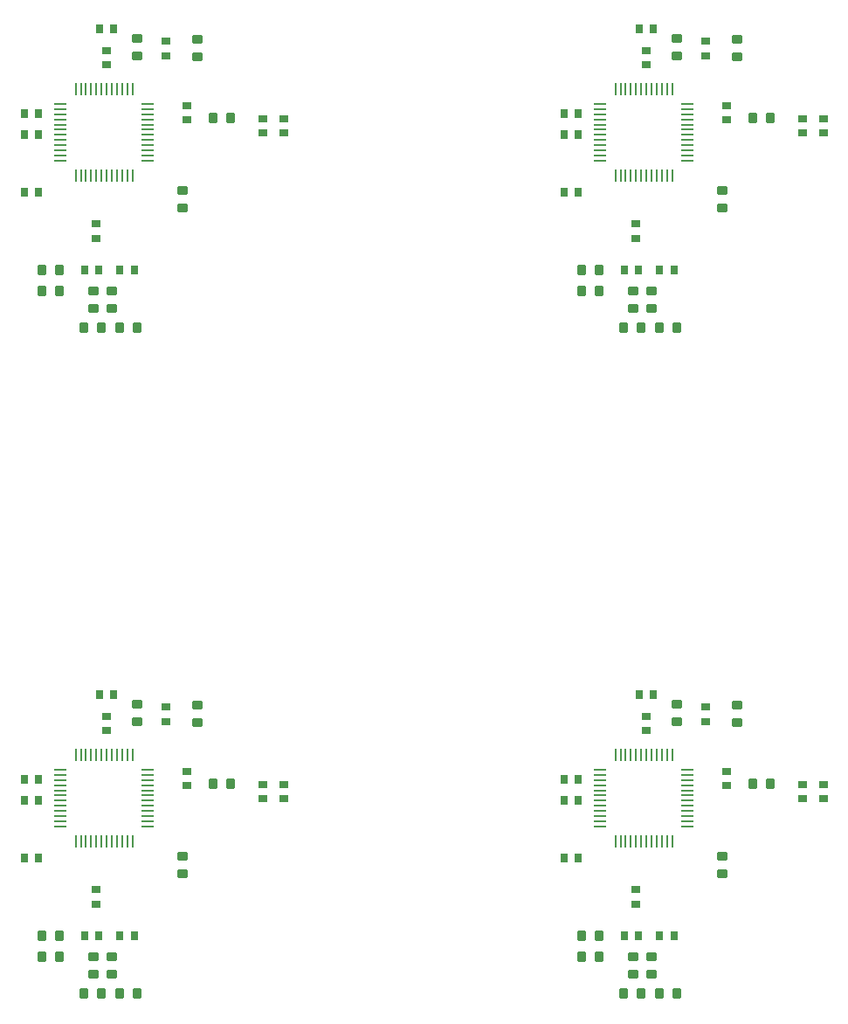
<source format=gtp>
G04 Layer_Color=8421504*
%FSLAX25Y25*%
%MOIN*%
G70*
G01*
G75*
%ADD11R,0.03740X0.02953*%
%ADD12R,0.02953X0.03740*%
G04:AMPARAMS|DCode=13|XSize=39.37mil|YSize=35.43mil|CornerRadius=4.43mil|HoleSize=0mil|Usage=FLASHONLY|Rotation=90.000|XOffset=0mil|YOffset=0mil|HoleType=Round|Shape=RoundedRectangle|*
%AMROUNDEDRECTD13*
21,1,0.03937,0.02657,0,0,90.0*
21,1,0.03051,0.03543,0,0,90.0*
1,1,0.00886,0.01329,0.01526*
1,1,0.00886,0.01329,-0.01526*
1,1,0.00886,-0.01329,-0.01526*
1,1,0.00886,-0.01329,0.01526*
%
%ADD13ROUNDEDRECTD13*%
G04:AMPARAMS|DCode=14|XSize=39.37mil|YSize=35.43mil|CornerRadius=4.43mil|HoleSize=0mil|Usage=FLASHONLY|Rotation=180.000|XOffset=0mil|YOffset=0mil|HoleType=Round|Shape=RoundedRectangle|*
%AMROUNDEDRECTD14*
21,1,0.03937,0.02657,0,0,180.0*
21,1,0.03051,0.03543,0,0,180.0*
1,1,0.00886,-0.01526,0.01329*
1,1,0.00886,0.01526,0.01329*
1,1,0.00886,0.01526,-0.01329*
1,1,0.00886,-0.01526,-0.01329*
%
%ADD14ROUNDEDRECTD14*%
%ADD39O,0.00781X0.05112*%
%ADD40O,0.05112X0.00781*%
D11*
X136700Y182756D02*
D03*
Y177244D02*
D03*
X173700Y172244D02*
D03*
Y177756D02*
D03*
X165700Y172244D02*
D03*
Y177756D02*
D03*
X106200Y203756D02*
D03*
Y198244D02*
D03*
X128700Y201744D02*
D03*
Y207256D02*
D03*
X102200Y137500D02*
D03*
Y131988D02*
D03*
X342700Y182756D02*
D03*
Y177244D02*
D03*
X379700Y172244D02*
D03*
Y177756D02*
D03*
X371700Y172244D02*
D03*
Y177756D02*
D03*
X312200Y203756D02*
D03*
Y198244D02*
D03*
X334700Y201744D02*
D03*
Y207256D02*
D03*
X308200Y137500D02*
D03*
Y131988D02*
D03*
X136700Y436756D02*
D03*
Y431244D02*
D03*
X173700Y426244D02*
D03*
Y431756D02*
D03*
X165700Y426244D02*
D03*
Y431756D02*
D03*
X106200Y457756D02*
D03*
Y452244D02*
D03*
X128700Y455744D02*
D03*
Y461256D02*
D03*
X102200Y391500D02*
D03*
Y385988D02*
D03*
X342700Y436756D02*
D03*
Y431244D02*
D03*
X379700Y426244D02*
D03*
Y431756D02*
D03*
X371700Y426244D02*
D03*
Y431756D02*
D03*
X312200Y457756D02*
D03*
Y452244D02*
D03*
X334700Y455744D02*
D03*
Y461256D02*
D03*
X308200Y391500D02*
D03*
Y385988D02*
D03*
D12*
X80200Y149500D02*
D03*
X74688D02*
D03*
X80200Y179500D02*
D03*
X74688D02*
D03*
X80212Y171500D02*
D03*
X74700D02*
D03*
X103300Y120000D02*
D03*
X97788D02*
D03*
X111300D02*
D03*
X116812D02*
D03*
X103444Y212000D02*
D03*
X108956D02*
D03*
X286200Y149500D02*
D03*
X280688D02*
D03*
X286200Y179500D02*
D03*
X280688D02*
D03*
X286212Y171500D02*
D03*
X280700D02*
D03*
X309300Y120000D02*
D03*
X303788D02*
D03*
X317300D02*
D03*
X322812D02*
D03*
X309444Y212000D02*
D03*
X314956D02*
D03*
X80200Y403500D02*
D03*
X74688D02*
D03*
X80200Y433500D02*
D03*
X74688D02*
D03*
X80212Y425500D02*
D03*
X74700D02*
D03*
X103300Y374000D02*
D03*
X97788D02*
D03*
X111300D02*
D03*
X116812D02*
D03*
X103444Y466000D02*
D03*
X108956D02*
D03*
X286200Y403500D02*
D03*
X280688D02*
D03*
X286200Y433500D02*
D03*
X280688D02*
D03*
X286212Y425500D02*
D03*
X280700D02*
D03*
X309300Y374000D02*
D03*
X303788D02*
D03*
X317300D02*
D03*
X322812D02*
D03*
X309444Y466000D02*
D03*
X314956D02*
D03*
D13*
X111300Y98000D02*
D03*
X117993D02*
D03*
X104300D02*
D03*
X97607D02*
D03*
X81607Y112000D02*
D03*
X88300D02*
D03*
Y120000D02*
D03*
X81607D02*
D03*
X153547Y178000D02*
D03*
X146853D02*
D03*
X317300Y98000D02*
D03*
X323993D02*
D03*
X310300D02*
D03*
X303607D02*
D03*
X287607Y112000D02*
D03*
X294300D02*
D03*
Y120000D02*
D03*
X287607D02*
D03*
X359546Y178000D02*
D03*
X352853D02*
D03*
X111300Y352000D02*
D03*
X117993D02*
D03*
X104300D02*
D03*
X97607D02*
D03*
X81607Y366000D02*
D03*
X88300D02*
D03*
Y374000D02*
D03*
X81607D02*
D03*
X153547Y432000D02*
D03*
X146853D02*
D03*
X317300Y352000D02*
D03*
X323993D02*
D03*
X310300D02*
D03*
X303607D02*
D03*
X287607Y366000D02*
D03*
X294300D02*
D03*
Y374000D02*
D03*
X287607D02*
D03*
X359546Y432000D02*
D03*
X352853D02*
D03*
D14*
X101300Y105307D02*
D03*
Y112000D02*
D03*
X108300D02*
D03*
Y105307D02*
D03*
X117700Y201500D02*
D03*
Y208193D02*
D03*
X140700Y201154D02*
D03*
Y207846D02*
D03*
X135200Y143500D02*
D03*
Y150193D02*
D03*
X307300Y105307D02*
D03*
Y112000D02*
D03*
X314300D02*
D03*
Y105307D02*
D03*
X323700Y201500D02*
D03*
Y208193D02*
D03*
X346700Y201154D02*
D03*
Y207846D02*
D03*
X341200Y143500D02*
D03*
Y150193D02*
D03*
X101300Y359307D02*
D03*
Y366000D02*
D03*
X108300D02*
D03*
Y359307D02*
D03*
X117700Y455500D02*
D03*
Y462193D02*
D03*
X140700Y455154D02*
D03*
Y461846D02*
D03*
X135200Y397500D02*
D03*
Y404193D02*
D03*
X307300Y359307D02*
D03*
Y366000D02*
D03*
X314300D02*
D03*
Y359307D02*
D03*
X323700Y455500D02*
D03*
Y462193D02*
D03*
X346700Y455154D02*
D03*
Y461846D02*
D03*
X341200Y397500D02*
D03*
Y404193D02*
D03*
D39*
X116027Y155965D02*
D03*
X114058D02*
D03*
X112090D02*
D03*
X110121D02*
D03*
X108153D02*
D03*
X106184D02*
D03*
X104216D02*
D03*
X102247D02*
D03*
X100279D02*
D03*
X98310D02*
D03*
X96342D02*
D03*
X94373D02*
D03*
Y189035D02*
D03*
X96342D02*
D03*
X98310D02*
D03*
X100279D02*
D03*
X102247D02*
D03*
X104216D02*
D03*
X106184D02*
D03*
X108153D02*
D03*
X110121D02*
D03*
X112090D02*
D03*
X114058D02*
D03*
X116027D02*
D03*
X322027Y155965D02*
D03*
X320058D02*
D03*
X318090D02*
D03*
X316121D02*
D03*
X314153D02*
D03*
X312184D02*
D03*
X310216D02*
D03*
X308247D02*
D03*
X306279D02*
D03*
X304310D02*
D03*
X302342D02*
D03*
X300373D02*
D03*
Y189035D02*
D03*
X302342D02*
D03*
X304310D02*
D03*
X306279D02*
D03*
X308247D02*
D03*
X310216D02*
D03*
X312184D02*
D03*
X314153D02*
D03*
X316121D02*
D03*
X318090D02*
D03*
X320058D02*
D03*
X322027D02*
D03*
X116027Y409965D02*
D03*
X114058D02*
D03*
X112090D02*
D03*
X110121D02*
D03*
X108153D02*
D03*
X106184D02*
D03*
X104216D02*
D03*
X102247D02*
D03*
X100279D02*
D03*
X98310D02*
D03*
X96342D02*
D03*
X94373D02*
D03*
Y443036D02*
D03*
X96342D02*
D03*
X98310D02*
D03*
X100279D02*
D03*
X102247D02*
D03*
X104216D02*
D03*
X106184D02*
D03*
X108153D02*
D03*
X110121D02*
D03*
X112090D02*
D03*
X114058D02*
D03*
X116027D02*
D03*
X322027Y409965D02*
D03*
X320058D02*
D03*
X318090D02*
D03*
X316121D02*
D03*
X314153D02*
D03*
X312184D02*
D03*
X310216D02*
D03*
X308247D02*
D03*
X306279D02*
D03*
X304310D02*
D03*
X302342D02*
D03*
X300373D02*
D03*
Y443036D02*
D03*
X302342D02*
D03*
X304310D02*
D03*
X306279D02*
D03*
X308247D02*
D03*
X310216D02*
D03*
X312184D02*
D03*
X314153D02*
D03*
X316121D02*
D03*
X318090D02*
D03*
X320058D02*
D03*
X322027D02*
D03*
D40*
X88665Y161673D02*
D03*
Y163642D02*
D03*
Y165610D02*
D03*
Y167579D02*
D03*
Y169547D02*
D03*
Y171516D02*
D03*
Y173484D02*
D03*
Y175453D02*
D03*
Y177421D02*
D03*
Y179390D02*
D03*
Y181358D02*
D03*
Y183327D02*
D03*
X121735D02*
D03*
Y181358D02*
D03*
Y179390D02*
D03*
Y177421D02*
D03*
Y175453D02*
D03*
Y173484D02*
D03*
Y171516D02*
D03*
Y169547D02*
D03*
Y167579D02*
D03*
Y165610D02*
D03*
Y163642D02*
D03*
Y161673D02*
D03*
X294665D02*
D03*
Y163642D02*
D03*
Y165610D02*
D03*
Y167579D02*
D03*
Y169547D02*
D03*
Y171516D02*
D03*
Y173484D02*
D03*
Y175453D02*
D03*
Y177421D02*
D03*
Y179390D02*
D03*
Y181358D02*
D03*
Y183327D02*
D03*
X327735D02*
D03*
Y181358D02*
D03*
Y179390D02*
D03*
Y177421D02*
D03*
Y175453D02*
D03*
Y173484D02*
D03*
Y171516D02*
D03*
Y169547D02*
D03*
Y167579D02*
D03*
Y165610D02*
D03*
Y163642D02*
D03*
Y161673D02*
D03*
X88665Y415673D02*
D03*
Y417642D02*
D03*
Y419610D02*
D03*
Y421579D02*
D03*
Y423547D02*
D03*
Y425516D02*
D03*
Y427484D02*
D03*
Y429453D02*
D03*
Y431421D02*
D03*
Y433390D02*
D03*
Y435358D02*
D03*
Y437327D02*
D03*
X121735D02*
D03*
Y435358D02*
D03*
Y433390D02*
D03*
Y431421D02*
D03*
Y429453D02*
D03*
Y427484D02*
D03*
Y425516D02*
D03*
Y423547D02*
D03*
Y421579D02*
D03*
Y419610D02*
D03*
Y417642D02*
D03*
Y415673D02*
D03*
X294665D02*
D03*
Y417642D02*
D03*
Y419610D02*
D03*
Y421579D02*
D03*
Y423547D02*
D03*
Y425516D02*
D03*
Y427484D02*
D03*
Y429453D02*
D03*
Y431421D02*
D03*
Y433390D02*
D03*
Y435358D02*
D03*
Y437327D02*
D03*
X327735D02*
D03*
Y435358D02*
D03*
Y433390D02*
D03*
Y431421D02*
D03*
Y429453D02*
D03*
Y427484D02*
D03*
Y425516D02*
D03*
Y423547D02*
D03*
Y421579D02*
D03*
Y419610D02*
D03*
Y417642D02*
D03*
Y415673D02*
D03*
M02*

</source>
